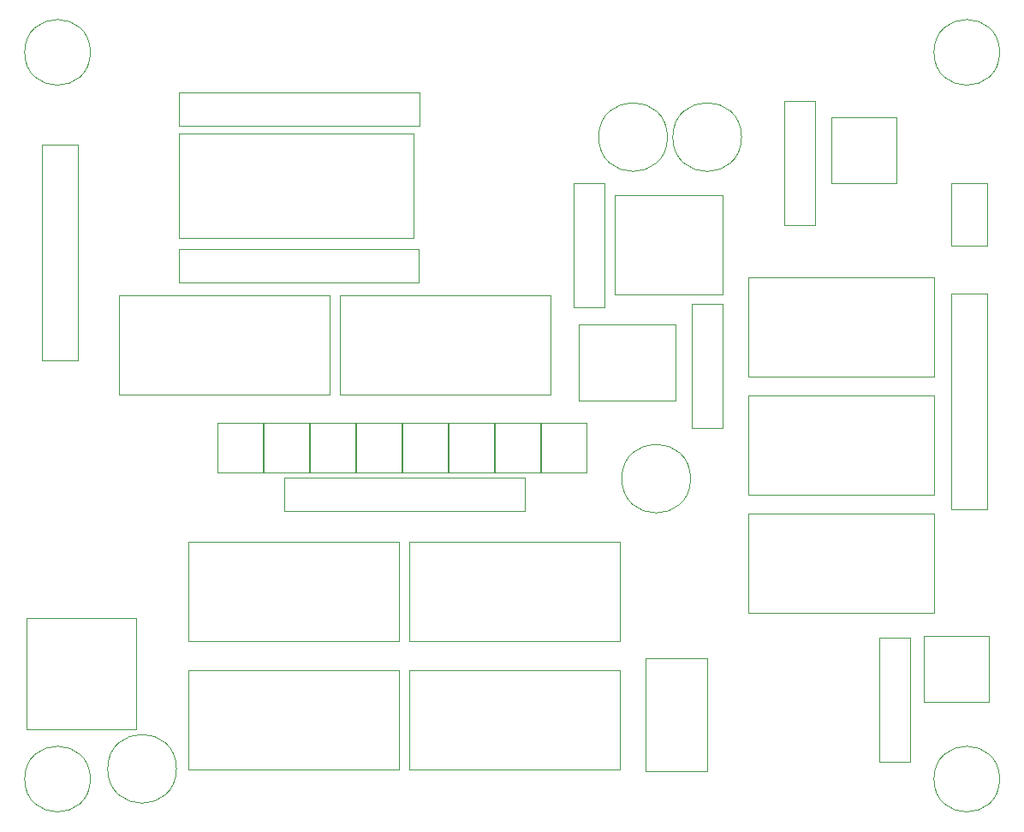
<source format=gbr>
%TF.GenerationSoftware,KiCad,Pcbnew,(5.1.9-0-10_14)*%
%TF.CreationDate,2021-06-04T12:52:24-04:00*%
%TF.ProjectId,CLOCK,434c4f43-4b2e-46b6-9963-61645f706362,rev?*%
%TF.SameCoordinates,Original*%
%TF.FileFunction,Other,User*%
%FSLAX46Y46*%
G04 Gerber Fmt 4.6, Leading zero omitted, Abs format (unit mm)*
G04 Created by KiCad (PCBNEW (5.1.9-0-10_14)) date 2021-06-04 12:52:24*
%MOMM*%
%LPD*%
G01*
G04 APERTURE LIST*
%ADD10C,0.050000*%
G04 APERTURE END LIST*
D10*
%TO.C,J34*%
X131086000Y-98320000D02*
X131086000Y-87120000D01*
X131086000Y-87120000D02*
X124936000Y-87120000D01*
X124936000Y-87120000D02*
X124936000Y-98320000D01*
X124936000Y-98320000D02*
X131086000Y-98320000D01*
%TO.C,REF\u002A\u002A*%
X70052000Y-99060000D02*
G75*
G03*
X70052000Y-99060000I-3250000J0D01*
G01*
X70052000Y-27178000D02*
G75*
G03*
X70052000Y-27178000I-3250000J0D01*
G01*
X159968000Y-27178000D02*
G75*
G03*
X159968000Y-27178000I-3250000J0D01*
G01*
X159968000Y-99060000D02*
G75*
G03*
X159968000Y-99060000I-3250000J0D01*
G01*
%TO.C,C4*%
X78564000Y-98044000D02*
G75*
G03*
X78564000Y-98044000I-3400000J0D01*
G01*
%TO.C,C3*%
X129404000Y-69342000D02*
G75*
G03*
X129404000Y-69342000I-3400000J0D01*
G01*
%TO.C,U11*%
X94716000Y-61044000D02*
X115566000Y-61044000D01*
X115566000Y-61044000D02*
X115566000Y-51244000D01*
X115566000Y-51244000D02*
X94716000Y-51244000D01*
X94716000Y-51244000D02*
X94716000Y-61044000D01*
%TO.C,U10*%
X135102000Y-82634000D02*
X153452000Y-82634000D01*
X153452000Y-82634000D02*
X153452000Y-72834000D01*
X153452000Y-72834000D02*
X135102000Y-72834000D01*
X135102000Y-72834000D02*
X135102000Y-82634000D01*
%TO.C,U9*%
X135102000Y-59266000D02*
X153452000Y-59266000D01*
X153452000Y-59266000D02*
X153452000Y-49466000D01*
X153452000Y-49466000D02*
X135102000Y-49466000D01*
X135102000Y-49466000D02*
X135102000Y-59266000D01*
%TO.C,U8*%
X135102000Y-70950000D02*
X153452000Y-70950000D01*
X153452000Y-70950000D02*
X153452000Y-61150000D01*
X153452000Y-61150000D02*
X135102000Y-61150000D01*
X135102000Y-61150000D02*
X135102000Y-70950000D01*
%TO.C,U7*%
X121894000Y-51138000D02*
X132594000Y-51138000D01*
X132594000Y-51138000D02*
X132594000Y-41338000D01*
X132594000Y-41338000D02*
X121894000Y-41338000D01*
X121894000Y-41338000D02*
X121894000Y-51138000D01*
%TO.C,U6*%
X79730000Y-98128000D02*
X100580000Y-98128000D01*
X100580000Y-98128000D02*
X100580000Y-88328000D01*
X100580000Y-88328000D02*
X79730000Y-88328000D01*
X79730000Y-88328000D02*
X79730000Y-98128000D01*
%TO.C,U5*%
X101574000Y-98128000D02*
X122424000Y-98128000D01*
X122424000Y-98128000D02*
X122424000Y-88328000D01*
X122424000Y-88328000D02*
X101574000Y-88328000D01*
X101574000Y-88328000D02*
X101574000Y-98128000D01*
%TO.C,U4*%
X101574000Y-85428000D02*
X122424000Y-85428000D01*
X122424000Y-85428000D02*
X122424000Y-75628000D01*
X122424000Y-75628000D02*
X101574000Y-75628000D01*
X101574000Y-75628000D02*
X101574000Y-85428000D01*
%TO.C,U3*%
X72872000Y-61044000D02*
X93722000Y-61044000D01*
X93722000Y-61044000D02*
X93722000Y-51244000D01*
X93722000Y-51244000D02*
X72872000Y-51244000D01*
X72872000Y-51244000D02*
X72872000Y-61044000D01*
%TO.C,U2*%
X79730000Y-85428000D02*
X100580000Y-85428000D01*
X100580000Y-85428000D02*
X100580000Y-75628000D01*
X100580000Y-75628000D02*
X79730000Y-75628000D01*
X79730000Y-75628000D02*
X79730000Y-85428000D01*
%TO.C,SW13*%
X78834000Y-45546000D02*
X102034000Y-45546000D01*
X102034000Y-45546000D02*
X102034000Y-35246000D01*
X102034000Y-35246000D02*
X78834000Y-35246000D01*
X78834000Y-35246000D02*
X78834000Y-45546000D01*
%TO.C,SW1*%
X127638000Y-61626000D02*
X127888000Y-61626000D01*
X127888000Y-61626000D02*
X127888000Y-61376000D01*
X127638000Y-54126000D02*
X127888000Y-54126000D01*
X127888000Y-54126000D02*
X127888000Y-54376000D01*
X118388000Y-54376000D02*
X118388000Y-54126000D01*
X118388000Y-54126000D02*
X118638000Y-54126000D01*
X118388000Y-61376000D02*
X118388000Y-61626000D01*
X118388000Y-61626000D02*
X118638000Y-61626000D01*
X118638000Y-54126000D02*
X127638000Y-54126000D01*
X118388000Y-61376000D02*
X118388000Y-54376000D01*
X127638000Y-61626000D02*
X118638000Y-61626000D01*
X127888000Y-54376000D02*
X127888000Y-61376000D01*
%TO.C,RN3*%
X89232000Y-69216000D02*
X89232000Y-72516000D01*
X89232000Y-72516000D02*
X112982000Y-72516000D01*
X112982000Y-72516000D02*
X112982000Y-69216000D01*
X112982000Y-69216000D02*
X89232000Y-69216000D01*
%TO.C,RN2*%
X102538000Y-49910000D02*
X102538000Y-46610000D01*
X102538000Y-46610000D02*
X78788000Y-46610000D01*
X78788000Y-46610000D02*
X78788000Y-49910000D01*
X78788000Y-49910000D02*
X102538000Y-49910000D01*
%TO.C,RN1*%
X78818000Y-31116000D02*
X78818000Y-34416000D01*
X78818000Y-34416000D02*
X102568000Y-34416000D01*
X102568000Y-34416000D02*
X102568000Y-31116000D01*
X102568000Y-31116000D02*
X78818000Y-31116000D01*
%TO.C,R5*%
X141708000Y-31970000D02*
X138708000Y-31970000D01*
X138708000Y-31970000D02*
X138708000Y-44230000D01*
X138708000Y-44230000D02*
X141708000Y-44230000D01*
X141708000Y-44230000D02*
X141708000Y-31970000D01*
%TO.C,R4*%
X148106000Y-97316000D02*
X151106000Y-97316000D01*
X151106000Y-97316000D02*
X151106000Y-85056000D01*
X151106000Y-85056000D02*
X148106000Y-85056000D01*
X148106000Y-85056000D02*
X148106000Y-97316000D01*
%TO.C,R2*%
X120880000Y-40098000D02*
X117880000Y-40098000D01*
X117880000Y-40098000D02*
X117880000Y-52358000D01*
X117880000Y-52358000D02*
X120880000Y-52358000D01*
X120880000Y-52358000D02*
X120880000Y-40098000D01*
%TO.C,R1*%
X132564000Y-52036000D02*
X129564000Y-52036000D01*
X129564000Y-52036000D02*
X129564000Y-64296000D01*
X129564000Y-64296000D02*
X132564000Y-64296000D01*
X132564000Y-64296000D02*
X132564000Y-52036000D01*
%TO.C,J5*%
X155172000Y-51032000D02*
X155172000Y-72382000D01*
X155172000Y-72382000D02*
X158772000Y-72382000D01*
X158772000Y-72382000D02*
X158772000Y-51032000D01*
X158772000Y-51032000D02*
X155172000Y-51032000D01*
%TO.C,J3*%
X155172000Y-40110000D02*
X155172000Y-46260000D01*
X155172000Y-46260000D02*
X158772000Y-46260000D01*
X158772000Y-46260000D02*
X158772000Y-40110000D01*
X158772000Y-40110000D02*
X155172000Y-40110000D01*
%TO.C,J2*%
X65256000Y-36300000D02*
X65256000Y-57650000D01*
X65256000Y-57650000D02*
X68856000Y-57650000D01*
X68856000Y-57650000D02*
X68856000Y-36300000D01*
X68856000Y-36300000D02*
X65256000Y-36300000D01*
%TO.C,J1*%
X74544000Y-83106000D02*
X63734000Y-83106000D01*
X63734000Y-83106000D02*
X63734000Y-94106000D01*
X63734000Y-94106000D02*
X74544000Y-94106000D01*
X74544000Y-94106000D02*
X74544000Y-83106000D01*
%TO.C,D55*%
X152482000Y-84888000D02*
X152482000Y-91388000D01*
X152482000Y-91388000D02*
X158932000Y-91388000D01*
X158932000Y-91388000D02*
X158932000Y-84888000D01*
X158932000Y-84888000D02*
X152482000Y-84888000D01*
%TO.C,D54*%
X87158000Y-68714000D02*
X91658000Y-68714000D01*
X91658000Y-68714000D02*
X91658000Y-63864000D01*
X91658000Y-63864000D02*
X87158000Y-63864000D01*
X87158000Y-63864000D02*
X87158000Y-68714000D01*
%TO.C,D8*%
X114590000Y-68714000D02*
X119090000Y-68714000D01*
X119090000Y-68714000D02*
X119090000Y-63864000D01*
X119090000Y-63864000D02*
X114590000Y-63864000D01*
X114590000Y-63864000D02*
X114590000Y-68714000D01*
%TO.C,D7*%
X110018000Y-68714000D02*
X114518000Y-68714000D01*
X114518000Y-68714000D02*
X114518000Y-63864000D01*
X114518000Y-63864000D02*
X110018000Y-63864000D01*
X110018000Y-63864000D02*
X110018000Y-68714000D01*
%TO.C,D6*%
X105446000Y-68714000D02*
X109946000Y-68714000D01*
X109946000Y-68714000D02*
X109946000Y-63864000D01*
X109946000Y-63864000D02*
X105446000Y-63864000D01*
X105446000Y-63864000D02*
X105446000Y-68714000D01*
%TO.C,D5*%
X100874000Y-68714000D02*
X105374000Y-68714000D01*
X105374000Y-68714000D02*
X105374000Y-63864000D01*
X105374000Y-63864000D02*
X100874000Y-63864000D01*
X100874000Y-63864000D02*
X100874000Y-68714000D01*
%TO.C,D4*%
X96302000Y-68714000D02*
X100802000Y-68714000D01*
X100802000Y-68714000D02*
X100802000Y-63864000D01*
X100802000Y-63864000D02*
X96302000Y-63864000D01*
X96302000Y-63864000D02*
X96302000Y-68714000D01*
%TO.C,D3*%
X91730000Y-68714000D02*
X96230000Y-68714000D01*
X96230000Y-68714000D02*
X96230000Y-63864000D01*
X96230000Y-63864000D02*
X91730000Y-63864000D01*
X91730000Y-63864000D02*
X91730000Y-68714000D01*
%TO.C,D2*%
X143338000Y-33580000D02*
X143338000Y-40080000D01*
X143338000Y-40080000D02*
X149788000Y-40080000D01*
X149788000Y-40080000D02*
X149788000Y-33580000D01*
X149788000Y-33580000D02*
X143338000Y-33580000D01*
%TO.C,D1*%
X82586000Y-68714000D02*
X87086000Y-68714000D01*
X87086000Y-68714000D02*
X87086000Y-63864000D01*
X87086000Y-63864000D02*
X82586000Y-63864000D01*
X82586000Y-63864000D02*
X82586000Y-68714000D01*
%TO.C,C2*%
X127118000Y-35560000D02*
G75*
G03*
X127118000Y-35560000I-3400000J0D01*
G01*
%TO.C,C1*%
X134444000Y-35560000D02*
G75*
G03*
X134444000Y-35560000I-3400000J0D01*
G01*
%TD*%
M02*

</source>
